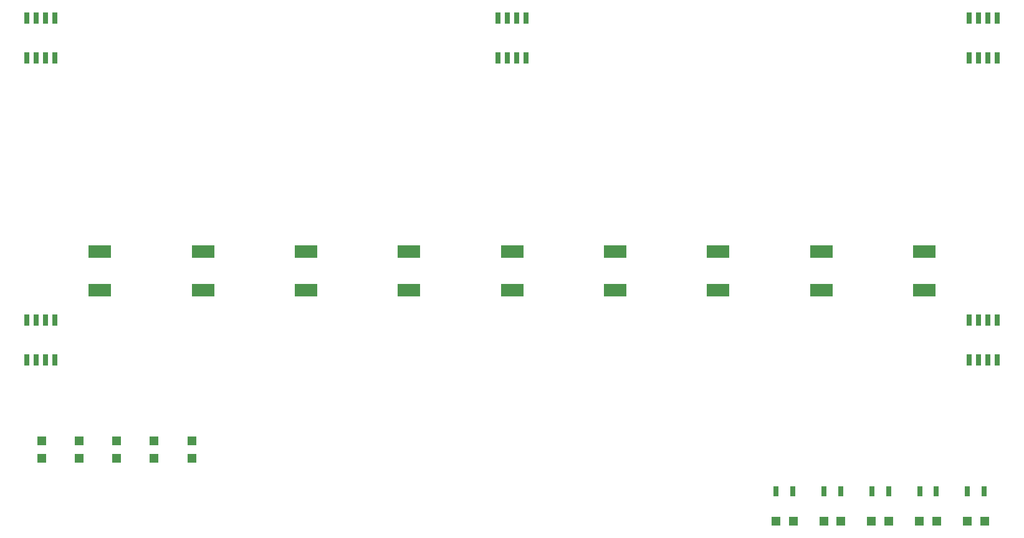
<source format=gbr>
%TF.GenerationSoftware,KiCad,Pcbnew,(6.0.10-0)*%
%TF.CreationDate,2023-01-04T14:52:54-08:00*%
%TF.ProjectId,rgbcct_module,72676263-6374-45f6-9d6f-64756c652e6b,1.0*%
%TF.SameCoordinates,Original*%
%TF.FileFunction,Paste,Top*%
%TF.FilePolarity,Positive*%
%FSLAX46Y46*%
G04 Gerber Fmt 4.6, Leading zero omitted, Abs format (unit mm)*
G04 Created by KiCad (PCBNEW (6.0.10-0)) date 2023-01-04 14:52:54*
%MOMM*%
%LPD*%
G01*
G04 APERTURE LIST*
%ADD10R,0.700000X1.525000*%
%ADD11R,3.150000X1.780000*%
%ADD12R,0.750000X1.400000*%
%ADD13R,1.150000X1.150000*%
G04 APERTURE END LIST*
D10*
%TO.C,Q3*%
X215657390Y-56978816D03*
X214387390Y-56978816D03*
X213117390Y-56978816D03*
X211847390Y-56978816D03*
X211847390Y-51554816D03*
X213117390Y-51554816D03*
X214387390Y-51554816D03*
X215657390Y-51554816D03*
%TD*%
D11*
%TO.C,F1*%
X93752390Y-88546816D03*
X93752390Y-83316816D03*
%TD*%
D12*
%TO.C,D101*%
X187877390Y-115931816D03*
X185627390Y-115931816D03*
%TD*%
D11*
%TO.C,F9*%
X205752390Y-88571816D03*
X205752390Y-83341816D03*
%TD*%
%TO.C,F5*%
X149752390Y-88546816D03*
X149752390Y-83316816D03*
%TD*%
D10*
%TO.C,Q1*%
X151657390Y-56978816D03*
X150387390Y-56978816D03*
X149117390Y-56978816D03*
X147847390Y-56978816D03*
X147847390Y-51554816D03*
X149117390Y-51554816D03*
X150387390Y-51554816D03*
X151657390Y-51554816D03*
%TD*%
D13*
%TO.C,R5*%
X106232390Y-109034316D03*
X106232390Y-111384316D03*
%TD*%
D12*
%TO.C,D105*%
X213877390Y-115931816D03*
X211627390Y-115931816D03*
%TD*%
D11*
%TO.C,F2*%
X107752390Y-88546816D03*
X107752390Y-83316816D03*
%TD*%
D12*
%TO.C,D102*%
X194377390Y-115931816D03*
X192127390Y-115931816D03*
%TD*%
D10*
%TO.C,Q5*%
X83847390Y-92574816D03*
X85117390Y-92574816D03*
X86387390Y-92574816D03*
X87657390Y-92574816D03*
X87657390Y-97998816D03*
X86387390Y-97998816D03*
X85117390Y-97998816D03*
X83847390Y-97998816D03*
%TD*%
D11*
%TO.C,F8*%
X191752390Y-88546816D03*
X191752390Y-83316816D03*
%TD*%
%TO.C,F4*%
X135752390Y-88521816D03*
X135752390Y-83291816D03*
%TD*%
D13*
%TO.C,R102*%
X194427390Y-119931816D03*
X192077390Y-119931816D03*
%TD*%
%TO.C,R2*%
X90972390Y-109036816D03*
X90972390Y-111386816D03*
%TD*%
%TO.C,R1*%
X85892390Y-109036816D03*
X85892390Y-111386816D03*
%TD*%
D10*
%TO.C,Q4*%
X211847390Y-92574816D03*
X213117390Y-92574816D03*
X214387390Y-92574816D03*
X215657390Y-92574816D03*
X215657390Y-97998816D03*
X214387390Y-97998816D03*
X213117390Y-97998816D03*
X211847390Y-97998816D03*
%TD*%
D13*
%TO.C,R103*%
X200927390Y-119931816D03*
X198577390Y-119931816D03*
%TD*%
%TO.C,R101*%
X187927390Y-119931816D03*
X185577390Y-119931816D03*
%TD*%
D11*
%TO.C,F7*%
X177752390Y-88521816D03*
X177752390Y-83291816D03*
%TD*%
D13*
%TO.C,R105*%
X213927390Y-119931816D03*
X211577390Y-119931816D03*
%TD*%
D12*
%TO.C,D103*%
X200877390Y-115931816D03*
X198627390Y-115931816D03*
%TD*%
D13*
%TO.C,R104*%
X207427390Y-119931816D03*
X205077390Y-119931816D03*
%TD*%
D11*
%TO.C,F3*%
X121752390Y-88546816D03*
X121752390Y-83316816D03*
%TD*%
D12*
%TO.C,D104*%
X207377390Y-115931816D03*
X205127390Y-115931816D03*
%TD*%
D11*
%TO.C,F6*%
X163752390Y-88521816D03*
X163752390Y-83291816D03*
%TD*%
D13*
%TO.C,R4*%
X101132390Y-109036816D03*
X101132390Y-111386816D03*
%TD*%
%TO.C,R3*%
X96052390Y-109036816D03*
X96052390Y-111386816D03*
%TD*%
D10*
%TO.C,Q2*%
X87657390Y-56978816D03*
X86387390Y-56978816D03*
X85117390Y-56978816D03*
X83847390Y-56978816D03*
X83847390Y-51554816D03*
X85117390Y-51554816D03*
X86387390Y-51554816D03*
X87657390Y-51554816D03*
%TD*%
M02*

</source>
